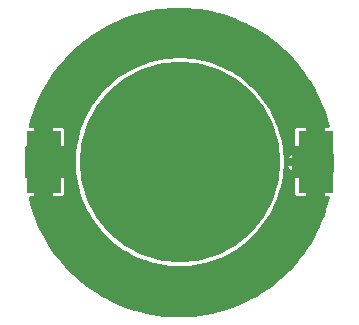
<source format=gbl>
G04 Layer: BottomLayer*
G04 EasyEDA v6.5.34, 2023-09-24 11:42:33*
G04 85920c42d4f548bdae791b01a5babccf,ed70181f279245e6aff80281ee7dc86a,10*
G04 Gerber Generator version 0.2*
G04 Scale: 100 percent, Rotated: No, Reflected: No *
G04 Dimensions in millimeters *
G04 leading zeros omitted , absolute positions ,4 integer and 5 decimal *
%FSLAX45Y45*%
%MOMM*%

%AMMACRO1*21,1,$1,$2,0,0,$3*%
%ADD10C,0.5000*%
%ADD11C,17.0000*%
%ADD12MACRO1,5.2X2.9X-90.0000*%
%ADD13C,1.0000*%

%LPD*%
G36*
X5025186Y3690721D02*
G01*
X4974386Y3690772D01*
X4923637Y3692753D01*
X4873040Y3696665D01*
X4822596Y3702558D01*
X4772406Y3710432D01*
X4722571Y3720236D01*
X4673142Y3731971D01*
X4624222Y3745585D01*
X4575860Y3761079D01*
X4528159Y3778453D01*
X4481169Y3797655D01*
X4434941Y3818686D01*
X4389526Y3841496D01*
X4345076Y3866032D01*
X4301591Y3892296D01*
X4259173Y3920185D01*
X4217873Y3949750D01*
X4177741Y3980840D01*
X4138828Y4013504D01*
X4101236Y4047642D01*
X4064965Y4083202D01*
X4030116Y4120134D01*
X3996740Y4158437D01*
X3964838Y4197959D01*
X3934561Y4238701D01*
X3905808Y4280560D01*
X3878732Y4323537D01*
X3853383Y4367530D01*
X3829710Y4412488D01*
X3807815Y4458309D01*
X3787698Y4504944D01*
X3769410Y4552289D01*
X3752951Y4600346D01*
X3738422Y4649012D01*
X3725164Y4700981D01*
X3725214Y4705451D01*
X3727196Y4709515D01*
X3730701Y4712309D01*
X3735070Y4713274D01*
X3773932Y4713274D01*
X3773932Y4867452D01*
X3706672Y4867452D01*
X3703015Y4868113D01*
X3699865Y4870094D01*
X3697579Y4873040D01*
X3696563Y4876647D01*
X3694429Y4898694D01*
X3691483Y4949393D01*
X3690518Y5000193D01*
X3691483Y5050942D01*
X3694480Y5101640D01*
X3697325Y5130952D01*
X3698341Y5134559D01*
X3700576Y5137505D01*
X3703777Y5139486D01*
X3707434Y5140147D01*
X3773932Y5140147D01*
X3773932Y5294325D01*
X3736949Y5294325D01*
X3733292Y5294985D01*
X3730142Y5296916D01*
X3727907Y5299811D01*
X3726840Y5303316D01*
X3727094Y5307025D01*
X3738524Y5351322D01*
X3753104Y5399989D01*
X3769563Y5448046D01*
X3787851Y5495442D01*
X3807968Y5542026D01*
X3829862Y5587847D01*
X3853535Y5632805D01*
X3878935Y5676747D01*
X3906062Y5719724D01*
X3934764Y5761583D01*
X3965092Y5802325D01*
X3996994Y5841847D01*
X4030370Y5880100D01*
X4065270Y5917031D01*
X4101490Y5952591D01*
X4139133Y5986729D01*
X4178046Y6019393D01*
X4218178Y6050483D01*
X4259478Y6079998D01*
X4301947Y6107887D01*
X4345432Y6134150D01*
X4389882Y6158687D01*
X4435297Y6181445D01*
X4481525Y6202476D01*
X4528515Y6221679D01*
X4576267Y6239002D01*
X4624628Y6254496D01*
X4673549Y6268110D01*
X4722977Y6279845D01*
X4772812Y6289598D01*
X4822952Y6297472D01*
X4873396Y6303365D01*
X4924044Y6307277D01*
X4974793Y6309258D01*
X5025593Y6309207D01*
X5076342Y6307226D01*
X5126939Y6303314D01*
X5177383Y6297422D01*
X5227574Y6289548D01*
X5277408Y6279743D01*
X5326837Y6268008D01*
X5375757Y6254394D01*
X5424119Y6238900D01*
X5471820Y6221526D01*
X5518810Y6202324D01*
X5565038Y6181293D01*
X5610453Y6158484D01*
X5654903Y6133947D01*
X5698388Y6107684D01*
X5740806Y6079794D01*
X5782106Y6050229D01*
X5822238Y6019139D01*
X5861151Y5986475D01*
X5898743Y5952337D01*
X5935014Y5916777D01*
X5969863Y5879846D01*
X6003239Y5841542D01*
X6035141Y5802020D01*
X6065418Y5761278D01*
X6094171Y5719419D01*
X6121247Y5676442D01*
X6146596Y5632450D01*
X6170269Y5587492D01*
X6192164Y5541670D01*
X6212281Y5495036D01*
X6230569Y5447690D01*
X6247028Y5399633D01*
X6261557Y5350967D01*
X6272885Y5307025D01*
X6273139Y5303316D01*
X6272072Y5299811D01*
X6269837Y5296916D01*
X6266688Y5294985D01*
X6263030Y5294325D01*
X6233668Y5294325D01*
X6233668Y5140147D01*
X6292545Y5140147D01*
X6296202Y5139486D01*
X6299403Y5137505D01*
X6301638Y5134559D01*
X6302654Y5130952D01*
X6305550Y5101285D01*
X6308496Y5050586D01*
X6309461Y4999786D01*
X6308496Y4949037D01*
X6305499Y4898339D01*
X6303416Y4876647D01*
X6302400Y4873040D01*
X6300114Y4870094D01*
X6296964Y4868113D01*
X6293307Y4867452D01*
X6233668Y4867452D01*
X6233668Y4713274D01*
X6264910Y4713274D01*
X6269278Y4712309D01*
X6272784Y4709515D01*
X6274765Y4705451D01*
X6274816Y4700981D01*
X6274155Y4697831D01*
X6261455Y4648657D01*
X6246876Y4599990D01*
X6230416Y4551934D01*
X6212128Y4504537D01*
X6192012Y4457954D01*
X6170117Y4412132D01*
X6146444Y4367174D01*
X6121044Y4323232D01*
X6093917Y4280255D01*
X6065215Y4238396D01*
X6034887Y4197654D01*
X6002985Y4158132D01*
X5969609Y4119879D01*
X5934710Y4082948D01*
X5898489Y4047388D01*
X5860846Y4013250D01*
X5821934Y3980586D01*
X5781802Y3949496D01*
X5740501Y3919982D01*
X5698032Y3892092D01*
X5654548Y3865829D01*
X5610098Y3841292D01*
X5564682Y3818534D01*
X5518454Y3797503D01*
X5471464Y3778300D01*
X5423712Y3760978D01*
X5375351Y3745484D01*
X5326430Y3731869D01*
X5277002Y3720134D01*
X5227167Y3710381D01*
X5177028Y3702507D01*
X5126583Y3696614D01*
X5075936Y3692702D01*
G37*

%LPC*%
G36*
X5003800Y4123283D02*
G01*
X5045710Y4124299D01*
X5087518Y4127296D01*
X5129123Y4132275D01*
X5170424Y4139184D01*
X5211368Y4148124D01*
X5251856Y4158945D01*
X5291785Y4171746D01*
X5331053Y4186377D01*
X5369560Y4202887D01*
X5407253Y4221175D01*
X5444032Y4241241D01*
X5479846Y4263085D01*
X5514543Y4286554D01*
X5548071Y4311700D01*
X5580430Y4338370D01*
X5611418Y4366564D01*
X5641035Y4396181D01*
X5669229Y4427169D01*
X5695899Y4459528D01*
X5721045Y4493056D01*
X5744514Y4527753D01*
X5766358Y4563567D01*
X5786424Y4600346D01*
X5804712Y4638040D01*
X5821222Y4676546D01*
X5835853Y4715814D01*
X5848654Y4755743D01*
X5859475Y4796231D01*
X5868416Y4837176D01*
X5875324Y4878476D01*
X5880303Y4920081D01*
X5883300Y4961890D01*
X5884316Y5003800D01*
X5883300Y5045710D01*
X5880303Y5087518D01*
X5875324Y5129123D01*
X5868416Y5170424D01*
X5859475Y5211368D01*
X5848654Y5251856D01*
X5835853Y5291785D01*
X5821222Y5331053D01*
X5804712Y5369560D01*
X5786424Y5407253D01*
X5766358Y5444032D01*
X5744514Y5479846D01*
X5721045Y5514543D01*
X5695899Y5548071D01*
X5669229Y5580430D01*
X5641035Y5611418D01*
X5611418Y5641035D01*
X5580430Y5669229D01*
X5548071Y5695899D01*
X5514543Y5721045D01*
X5479846Y5744514D01*
X5444032Y5766358D01*
X5407253Y5786424D01*
X5369560Y5804712D01*
X5331053Y5821222D01*
X5291785Y5835853D01*
X5251856Y5848654D01*
X5211368Y5859475D01*
X5170424Y5868416D01*
X5129123Y5875324D01*
X5087518Y5880303D01*
X5045710Y5883300D01*
X5003800Y5884316D01*
X4961890Y5883300D01*
X4920081Y5880303D01*
X4878476Y5875324D01*
X4837176Y5868416D01*
X4796231Y5859475D01*
X4755743Y5848654D01*
X4715814Y5835853D01*
X4676546Y5821222D01*
X4638040Y5804712D01*
X4600346Y5786424D01*
X4563567Y5766358D01*
X4527753Y5744514D01*
X4493056Y5721045D01*
X4459528Y5695899D01*
X4427169Y5669229D01*
X4396181Y5641035D01*
X4366564Y5611418D01*
X4338370Y5580430D01*
X4311700Y5548071D01*
X4286554Y5514543D01*
X4263085Y5479846D01*
X4241241Y5444032D01*
X4221175Y5407253D01*
X4202887Y5369560D01*
X4186377Y5331053D01*
X4171746Y5291785D01*
X4158945Y5251856D01*
X4148124Y5211368D01*
X4139184Y5170424D01*
X4132275Y5129123D01*
X4127296Y5087518D01*
X4124299Y5045710D01*
X4123283Y5003800D01*
X4124299Y4961890D01*
X4127296Y4920081D01*
X4132275Y4878476D01*
X4139184Y4837176D01*
X4148124Y4796231D01*
X4158945Y4755743D01*
X4171746Y4715814D01*
X4186377Y4676546D01*
X4202887Y4638040D01*
X4221175Y4600346D01*
X4241241Y4563567D01*
X4263085Y4527753D01*
X4286554Y4493056D01*
X4311700Y4459528D01*
X4338370Y4427169D01*
X4366564Y4396181D01*
X4396181Y4366564D01*
X4427169Y4338370D01*
X4459528Y4311700D01*
X4493056Y4286554D01*
X4527753Y4263085D01*
X4563567Y4241241D01*
X4600346Y4221175D01*
X4638040Y4202887D01*
X4676546Y4186377D01*
X4715814Y4171746D01*
X4755743Y4158945D01*
X4796231Y4148124D01*
X4837176Y4139184D01*
X4878476Y4132275D01*
X4920081Y4127296D01*
X4961890Y4124299D01*
G37*
G36*
X6010300Y4713274D02*
G01*
X6075934Y4713274D01*
X6075934Y4867452D01*
X5979312Y4867452D01*
X5979312Y4744313D01*
X5979922Y4737862D01*
X5981649Y4732121D01*
X5984494Y4726889D01*
X5988253Y4722266D01*
X5992876Y4718456D01*
X5998159Y4715662D01*
X6003848Y4713935D01*
G37*
G36*
X3931665Y4713274D02*
G01*
X3997299Y4713274D01*
X4003751Y4713935D01*
X4009440Y4715662D01*
X4014724Y4718456D01*
X4019346Y4722266D01*
X4023106Y4726889D01*
X4025950Y4732121D01*
X4027678Y4737862D01*
X4028287Y4744313D01*
X4028287Y4867452D01*
X3931665Y4867452D01*
G37*
G36*
X5958992Y4931765D02*
G01*
X5958992Y4972456D01*
X5920486Y4972456D01*
X5921908Y4968900D01*
X5927902Y4958486D01*
X5935421Y4949037D01*
X5944209Y4940858D01*
X5954166Y4934102D01*
G37*
G36*
X5920486Y5035143D02*
G01*
X5958992Y5035143D01*
X5958992Y5075834D01*
X5954166Y5073497D01*
X5944209Y5066741D01*
X5935421Y5058562D01*
X5927902Y5049113D01*
X5921908Y5038699D01*
G37*
G36*
X3931665Y5140147D02*
G01*
X4028287Y5140147D01*
X4028287Y5263286D01*
X4027678Y5269738D01*
X4025950Y5275478D01*
X4023106Y5280710D01*
X4019346Y5285333D01*
X4014724Y5289143D01*
X4009440Y5291937D01*
X4003751Y5293664D01*
X3997299Y5294325D01*
X3931665Y5294325D01*
G37*
G36*
X5979312Y5140147D02*
G01*
X6075934Y5140147D01*
X6075934Y5294325D01*
X6010300Y5294325D01*
X6003848Y5293664D01*
X5998159Y5291937D01*
X5992876Y5289143D01*
X5988253Y5285333D01*
X5984494Y5280710D01*
X5981649Y5275478D01*
X5979922Y5269738D01*
X5979312Y5263286D01*
G37*

%LPD*%
D10*
X6154798Y4991100D02*
G01*
X5994400Y4991100D01*
X5994400Y5003800D01*
D11*
G01*
X5003800Y5003800D03*
D12*
G01*
X3852798Y5003800D03*
G01*
X6154801Y5003800D03*
D13*
G01*
X5689600Y5003800D03*
G01*
X5994400Y5003800D03*
G01*
X4254500Y4826000D03*
G01*
X5016500Y4991100D03*
G01*
X4318000Y5384800D03*
M02*

</source>
